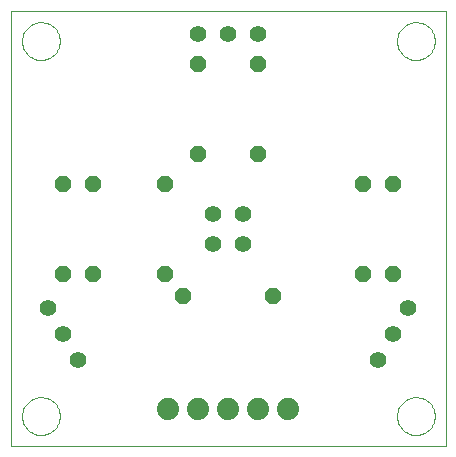
<source format=gtl>
G75*
%MOIN*%
%OFA0B0*%
%FSLAX24Y24*%
%IPPOS*%
%LPD*%
%AMOC8*
5,1,8,0,0,1.08239X$1,22.5*
%
%ADD10C,0.0000*%
%ADD11C,0.0551*%
%ADD12OC8,0.0520*%
%ADD13C,0.0560*%
%ADD14C,0.0740*%
D10*
X000100Y000112D02*
X000100Y014608D01*
X000100Y014612D01*
X000100Y014608D02*
X014595Y014608D01*
X014595Y000112D01*
X000100Y000112D01*
X000470Y001112D02*
X000472Y001162D01*
X000478Y001212D01*
X000488Y001261D01*
X000502Y001309D01*
X000519Y001356D01*
X000540Y001401D01*
X000565Y001445D01*
X000593Y001486D01*
X000625Y001525D01*
X000659Y001562D01*
X000696Y001596D01*
X000736Y001626D01*
X000778Y001653D01*
X000822Y001677D01*
X000868Y001698D01*
X000915Y001714D01*
X000963Y001727D01*
X001013Y001736D01*
X001062Y001741D01*
X001113Y001742D01*
X001163Y001739D01*
X001212Y001732D01*
X001261Y001721D01*
X001309Y001706D01*
X001355Y001688D01*
X001400Y001666D01*
X001443Y001640D01*
X001484Y001611D01*
X001523Y001579D01*
X001559Y001544D01*
X001591Y001506D01*
X001621Y001466D01*
X001648Y001423D01*
X001671Y001379D01*
X001690Y001333D01*
X001706Y001285D01*
X001718Y001236D01*
X001726Y001187D01*
X001730Y001137D01*
X001730Y001087D01*
X001726Y001037D01*
X001718Y000988D01*
X001706Y000939D01*
X001690Y000891D01*
X001671Y000845D01*
X001648Y000801D01*
X001621Y000758D01*
X001591Y000718D01*
X001559Y000680D01*
X001523Y000645D01*
X001484Y000613D01*
X001443Y000584D01*
X001400Y000558D01*
X001355Y000536D01*
X001309Y000518D01*
X001261Y000503D01*
X001212Y000492D01*
X001163Y000485D01*
X001113Y000482D01*
X001062Y000483D01*
X001013Y000488D01*
X000963Y000497D01*
X000915Y000510D01*
X000868Y000526D01*
X000822Y000547D01*
X000778Y000571D01*
X000736Y000598D01*
X000696Y000628D01*
X000659Y000662D01*
X000625Y000699D01*
X000593Y000738D01*
X000565Y000779D01*
X000540Y000823D01*
X000519Y000868D01*
X000502Y000915D01*
X000488Y000963D01*
X000478Y001012D01*
X000472Y001062D01*
X000470Y001112D01*
X000470Y013612D02*
X000472Y013662D01*
X000478Y013712D01*
X000488Y013761D01*
X000502Y013809D01*
X000519Y013856D01*
X000540Y013901D01*
X000565Y013945D01*
X000593Y013986D01*
X000625Y014025D01*
X000659Y014062D01*
X000696Y014096D01*
X000736Y014126D01*
X000778Y014153D01*
X000822Y014177D01*
X000868Y014198D01*
X000915Y014214D01*
X000963Y014227D01*
X001013Y014236D01*
X001062Y014241D01*
X001113Y014242D01*
X001163Y014239D01*
X001212Y014232D01*
X001261Y014221D01*
X001309Y014206D01*
X001355Y014188D01*
X001400Y014166D01*
X001443Y014140D01*
X001484Y014111D01*
X001523Y014079D01*
X001559Y014044D01*
X001591Y014006D01*
X001621Y013966D01*
X001648Y013923D01*
X001671Y013879D01*
X001690Y013833D01*
X001706Y013785D01*
X001718Y013736D01*
X001726Y013687D01*
X001730Y013637D01*
X001730Y013587D01*
X001726Y013537D01*
X001718Y013488D01*
X001706Y013439D01*
X001690Y013391D01*
X001671Y013345D01*
X001648Y013301D01*
X001621Y013258D01*
X001591Y013218D01*
X001559Y013180D01*
X001523Y013145D01*
X001484Y013113D01*
X001443Y013084D01*
X001400Y013058D01*
X001355Y013036D01*
X001309Y013018D01*
X001261Y013003D01*
X001212Y012992D01*
X001163Y012985D01*
X001113Y012982D01*
X001062Y012983D01*
X001013Y012988D01*
X000963Y012997D01*
X000915Y013010D01*
X000868Y013026D01*
X000822Y013047D01*
X000778Y013071D01*
X000736Y013098D01*
X000696Y013128D01*
X000659Y013162D01*
X000625Y013199D01*
X000593Y013238D01*
X000565Y013279D01*
X000540Y013323D01*
X000519Y013368D01*
X000502Y013415D01*
X000488Y013463D01*
X000478Y013512D01*
X000472Y013562D01*
X000470Y013612D01*
X012970Y013612D02*
X012972Y013662D01*
X012978Y013712D01*
X012988Y013761D01*
X013002Y013809D01*
X013019Y013856D01*
X013040Y013901D01*
X013065Y013945D01*
X013093Y013986D01*
X013125Y014025D01*
X013159Y014062D01*
X013196Y014096D01*
X013236Y014126D01*
X013278Y014153D01*
X013322Y014177D01*
X013368Y014198D01*
X013415Y014214D01*
X013463Y014227D01*
X013513Y014236D01*
X013562Y014241D01*
X013613Y014242D01*
X013663Y014239D01*
X013712Y014232D01*
X013761Y014221D01*
X013809Y014206D01*
X013855Y014188D01*
X013900Y014166D01*
X013943Y014140D01*
X013984Y014111D01*
X014023Y014079D01*
X014059Y014044D01*
X014091Y014006D01*
X014121Y013966D01*
X014148Y013923D01*
X014171Y013879D01*
X014190Y013833D01*
X014206Y013785D01*
X014218Y013736D01*
X014226Y013687D01*
X014230Y013637D01*
X014230Y013587D01*
X014226Y013537D01*
X014218Y013488D01*
X014206Y013439D01*
X014190Y013391D01*
X014171Y013345D01*
X014148Y013301D01*
X014121Y013258D01*
X014091Y013218D01*
X014059Y013180D01*
X014023Y013145D01*
X013984Y013113D01*
X013943Y013084D01*
X013900Y013058D01*
X013855Y013036D01*
X013809Y013018D01*
X013761Y013003D01*
X013712Y012992D01*
X013663Y012985D01*
X013613Y012982D01*
X013562Y012983D01*
X013513Y012988D01*
X013463Y012997D01*
X013415Y013010D01*
X013368Y013026D01*
X013322Y013047D01*
X013278Y013071D01*
X013236Y013098D01*
X013196Y013128D01*
X013159Y013162D01*
X013125Y013199D01*
X013093Y013238D01*
X013065Y013279D01*
X013040Y013323D01*
X013019Y013368D01*
X013002Y013415D01*
X012988Y013463D01*
X012978Y013512D01*
X012972Y013562D01*
X012970Y013612D01*
X012970Y001112D02*
X012972Y001162D01*
X012978Y001212D01*
X012988Y001261D01*
X013002Y001309D01*
X013019Y001356D01*
X013040Y001401D01*
X013065Y001445D01*
X013093Y001486D01*
X013125Y001525D01*
X013159Y001562D01*
X013196Y001596D01*
X013236Y001626D01*
X013278Y001653D01*
X013322Y001677D01*
X013368Y001698D01*
X013415Y001714D01*
X013463Y001727D01*
X013513Y001736D01*
X013562Y001741D01*
X013613Y001742D01*
X013663Y001739D01*
X013712Y001732D01*
X013761Y001721D01*
X013809Y001706D01*
X013855Y001688D01*
X013900Y001666D01*
X013943Y001640D01*
X013984Y001611D01*
X014023Y001579D01*
X014059Y001544D01*
X014091Y001506D01*
X014121Y001466D01*
X014148Y001423D01*
X014171Y001379D01*
X014190Y001333D01*
X014206Y001285D01*
X014218Y001236D01*
X014226Y001187D01*
X014230Y001137D01*
X014230Y001087D01*
X014226Y001037D01*
X014218Y000988D01*
X014206Y000939D01*
X014190Y000891D01*
X014171Y000845D01*
X014148Y000801D01*
X014121Y000758D01*
X014091Y000718D01*
X014059Y000680D01*
X014023Y000645D01*
X013984Y000613D01*
X013943Y000584D01*
X013900Y000558D01*
X013855Y000536D01*
X013809Y000518D01*
X013761Y000503D01*
X013712Y000492D01*
X013663Y000485D01*
X013613Y000482D01*
X013562Y000483D01*
X013513Y000488D01*
X013463Y000497D01*
X013415Y000510D01*
X013368Y000526D01*
X013322Y000547D01*
X013278Y000571D01*
X013236Y000598D01*
X013196Y000628D01*
X013159Y000662D01*
X013125Y000699D01*
X013093Y000738D01*
X013065Y000779D01*
X013040Y000823D01*
X013019Y000868D01*
X013002Y000915D01*
X012988Y000963D01*
X012978Y001012D01*
X012972Y001062D01*
X012970Y001112D01*
D11*
X012350Y002996D03*
X012850Y003862D03*
X013350Y004728D03*
X008350Y013862D03*
X007350Y013862D03*
X006350Y013862D03*
X001350Y004728D03*
X001850Y003862D03*
X002350Y002996D03*
D12*
X001850Y005862D03*
X002850Y005862D03*
X005225Y005862D03*
X005850Y005112D03*
X008850Y005112D03*
X011850Y005862D03*
X012850Y005862D03*
X012850Y008862D03*
X011850Y008862D03*
X008350Y009862D03*
X006350Y009862D03*
X005225Y008862D03*
X002850Y008862D03*
X001850Y008862D03*
X006350Y012862D03*
X008350Y012862D03*
D13*
X007850Y007862D03*
X006850Y007862D03*
X006850Y006862D03*
X007850Y006862D03*
D14*
X007350Y001362D03*
X008350Y001362D03*
X009350Y001362D03*
X006350Y001362D03*
X005350Y001362D03*
M02*

</source>
